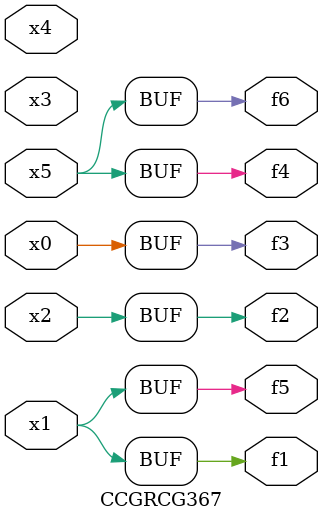
<source format=v>
module CCGRCG367(
	input x0, x1, x2, x3, x4, x5,
	output f1, f2, f3, f4, f5, f6
);
	assign f1 = x1;
	assign f2 = x2;
	assign f3 = x0;
	assign f4 = x5;
	assign f5 = x1;
	assign f6 = x5;
endmodule

</source>
